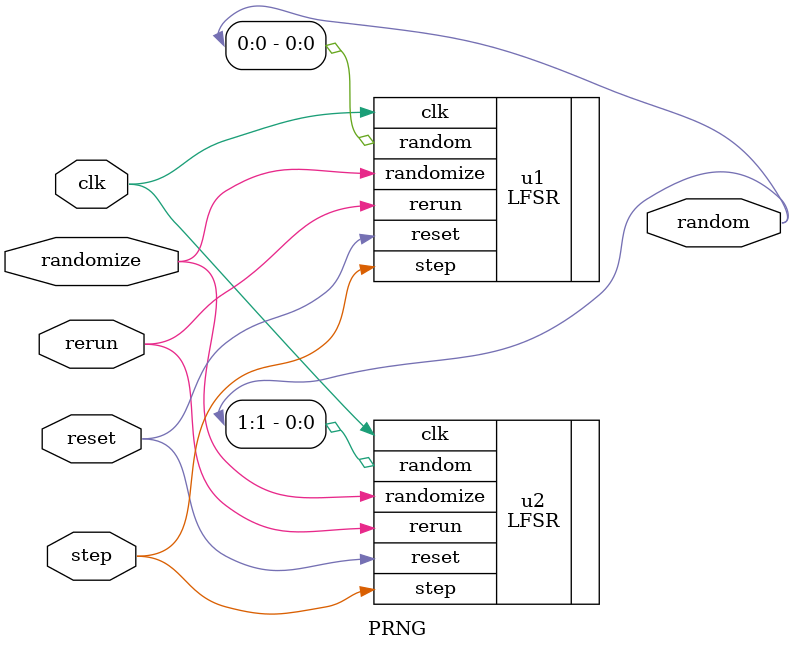
<source format=v>
module PRNG (output [1:0] random, input step, rerun, randomize, clk, reset);
    LFSR u1 (.random(random[0]), .step(step), .rerun(rerun), .randomize(randomize), .clk(clk), .reset(reset));
    LFSR #(.FILL(16'h0001)) u2 (.random(random[1]), .step(step), .rerun(rerun), .randomize(randomize), .clk(clk), .reset(reset));

endmodule

</source>
